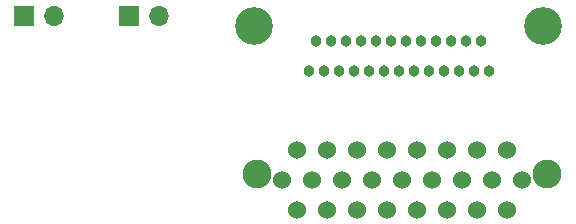
<source format=gbr>
%TF.GenerationSoftware,KiCad,Pcbnew,(6.0.5)*%
%TF.CreationDate,2022-07-15T10:42:52-06:00*%
%TF.ProjectId,25to25,3235746f-3235-42e6-9b69-6361645f7063,rev?*%
%TF.SameCoordinates,Original*%
%TF.FileFunction,Soldermask,Top*%
%TF.FilePolarity,Negative*%
%FSLAX46Y46*%
G04 Gerber Fmt 4.6, Leading zero omitted, Abs format (unit mm)*
G04 Created by KiCad (PCBNEW (6.0.5)) date 2022-07-15 10:42:52*
%MOMM*%
%LPD*%
G01*
G04 APERTURE LIST*
%ADD10C,2.440000*%
%ADD11C,1.530000*%
%ADD12R,1.700000X1.700000*%
%ADD13O,1.700000X1.700000*%
%ADD14C,3.200400*%
%ADD15C,0.965200*%
G04 APERTURE END LIST*
D10*
%TO.C,J4*%
X137277033Y-75975276D03*
X161813033Y-75975276D03*
D11*
X139385033Y-76483276D03*
X140655033Y-79023276D03*
X143195033Y-79023276D03*
X145735033Y-79023276D03*
X147005033Y-76483276D03*
X148275033Y-79023276D03*
X149545033Y-76483276D03*
X150815033Y-79023276D03*
X152085033Y-76483276D03*
X153355033Y-79023276D03*
X155895033Y-79023276D03*
X158435033Y-79023276D03*
X159705033Y-76483276D03*
X140655033Y-73943276D03*
X141925033Y-76483276D03*
X143195033Y-73943276D03*
X144465033Y-76483276D03*
X145735033Y-73943276D03*
X148275033Y-73943276D03*
X150815033Y-73943276D03*
X153355033Y-73943276D03*
X154625033Y-76483276D03*
X155895033Y-73943276D03*
X157165033Y-76483276D03*
X158435033Y-73943276D03*
%TD*%
D12*
%TO.C,J2*%
X117550000Y-62600000D03*
D13*
X120090000Y-62600000D03*
%TD*%
D12*
%TO.C,J1*%
X126450000Y-62600000D03*
D13*
X128990000Y-62600000D03*
%TD*%
D14*
%TO.C,J3*%
X161550001Y-63490000D03*
X137049999Y-63490000D03*
D15*
X141680000Y-67300000D03*
X142950000Y-67300000D03*
X144220000Y-67300000D03*
X145490000Y-67300000D03*
X146760000Y-67300000D03*
X148030000Y-67300000D03*
X149300000Y-67300000D03*
X150570000Y-67300000D03*
X151840000Y-67300000D03*
X153110000Y-67300000D03*
X154380000Y-67300000D03*
X155650000Y-67300000D03*
X156920000Y-67300000D03*
X142315000Y-64760000D03*
X143585000Y-64760000D03*
X144855000Y-64760000D03*
X146125000Y-64760000D03*
X147395000Y-64760000D03*
X148665000Y-64760000D03*
X149935000Y-64760000D03*
X151205000Y-64760000D03*
X152475000Y-64760000D03*
X153745000Y-64760000D03*
X155015000Y-64760000D03*
X156285000Y-64760000D03*
%TD*%
M02*

</source>
